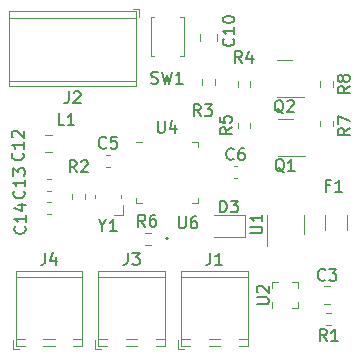
<source format=gbr>
%TF.GenerationSoftware,KiCad,Pcbnew,6.0.2+dfsg-1*%
%TF.CreationDate,2023-10-20T16:05:58+09:00*%
%TF.ProjectId,Hibot_agostiniLuca,4869626f-745f-4616-976f-7374696e694c,rev?*%
%TF.SameCoordinates,Original*%
%TF.FileFunction,Legend,Top*%
%TF.FilePolarity,Positive*%
%FSLAX46Y46*%
G04 Gerber Fmt 4.6, Leading zero omitted, Abs format (unit mm)*
G04 Created by KiCad (PCBNEW 6.0.2+dfsg-1) date 2023-10-20 16:05:58*
%MOMM*%
%LPD*%
G01*
G04 APERTURE LIST*
%ADD10C,0.150000*%
%ADD11C,0.200000*%
%ADD12C,0.120000*%
G04 APERTURE END LIST*
D10*
%TO.C,U6*%
X139988095Y-103202380D02*
X139988095Y-104011904D01*
X140035714Y-104107142D01*
X140083333Y-104154761D01*
X140178571Y-104202380D01*
X140369047Y-104202380D01*
X140464285Y-104154761D01*
X140511904Y-104107142D01*
X140559523Y-104011904D01*
X140559523Y-103202380D01*
X141464285Y-103202380D02*
X141273809Y-103202380D01*
X141178571Y-103250000D01*
X141130952Y-103297619D01*
X141035714Y-103440476D01*
X140988095Y-103630952D01*
X140988095Y-104011904D01*
X141035714Y-104107142D01*
X141083333Y-104154761D01*
X141178571Y-104202380D01*
X141369047Y-104202380D01*
X141464285Y-104154761D01*
X141511904Y-104107142D01*
X141559523Y-104011904D01*
X141559523Y-103773809D01*
X141511904Y-103678571D01*
X141464285Y-103630952D01*
X141369047Y-103583333D01*
X141178571Y-103583333D01*
X141083333Y-103630952D01*
X141035714Y-103678571D01*
X140988095Y-103773809D01*
%TO.C,R7*%
X154452380Y-95728924D02*
X153976190Y-96062258D01*
X154452380Y-96300353D02*
X153452380Y-96300353D01*
X153452380Y-95919400D01*
X153500000Y-95824162D01*
X153547619Y-95776543D01*
X153642857Y-95728924D01*
X153785714Y-95728924D01*
X153880952Y-95776543D01*
X153928571Y-95824162D01*
X153976190Y-95919400D01*
X153976190Y-96300353D01*
X153452380Y-95395591D02*
X153452380Y-94728924D01*
X154452380Y-95157496D01*
%TO.C,R2*%
X131333333Y-99452380D02*
X131000000Y-98976190D01*
X130761904Y-99452380D02*
X130761904Y-98452380D01*
X131142857Y-98452380D01*
X131238095Y-98500000D01*
X131285714Y-98547619D01*
X131333333Y-98642857D01*
X131333333Y-98785714D01*
X131285714Y-98880952D01*
X131238095Y-98928571D01*
X131142857Y-98976190D01*
X130761904Y-98976190D01*
X131714285Y-98547619D02*
X131761904Y-98500000D01*
X131857142Y-98452380D01*
X132095238Y-98452380D01*
X132190476Y-98500000D01*
X132238095Y-98547619D01*
X132285714Y-98642857D01*
X132285714Y-98738095D01*
X132238095Y-98880952D01*
X131666666Y-99452380D01*
X132285714Y-99452380D01*
%TO.C,F1*%
X152766666Y-100578571D02*
X152433333Y-100578571D01*
X152433333Y-101102380D02*
X152433333Y-100102380D01*
X152909523Y-100102380D01*
X153814285Y-101102380D02*
X153242857Y-101102380D01*
X153528571Y-101102380D02*
X153528571Y-100102380D01*
X153433333Y-100245238D01*
X153338095Y-100340476D01*
X153242857Y-100388095D01*
%TO.C,R3*%
X141833333Y-94702380D02*
X141500000Y-94226190D01*
X141261904Y-94702380D02*
X141261904Y-93702380D01*
X141642857Y-93702380D01*
X141738095Y-93750000D01*
X141785714Y-93797619D01*
X141833333Y-93892857D01*
X141833333Y-94035714D01*
X141785714Y-94130952D01*
X141738095Y-94178571D01*
X141642857Y-94226190D01*
X141261904Y-94226190D01*
X142166666Y-93702380D02*
X142785714Y-93702380D01*
X142452380Y-94083333D01*
X142595238Y-94083333D01*
X142690476Y-94130952D01*
X142738095Y-94178571D01*
X142785714Y-94273809D01*
X142785714Y-94511904D01*
X142738095Y-94607142D01*
X142690476Y-94654761D01*
X142595238Y-94702380D01*
X142309523Y-94702380D01*
X142214285Y-94654761D01*
X142166666Y-94607142D01*
%TO.C,U2*%
X146602380Y-110624404D02*
X147411904Y-110624404D01*
X147507142Y-110576785D01*
X147554761Y-110529166D01*
X147602380Y-110433928D01*
X147602380Y-110243452D01*
X147554761Y-110148214D01*
X147507142Y-110100595D01*
X147411904Y-110052976D01*
X146602380Y-110052976D01*
X146697619Y-109624404D02*
X146650000Y-109576785D01*
X146602380Y-109481547D01*
X146602380Y-109243452D01*
X146650000Y-109148214D01*
X146697619Y-109100595D01*
X146792857Y-109052976D01*
X146888095Y-109052976D01*
X147030952Y-109100595D01*
X147602380Y-109672023D01*
X147602380Y-109052976D01*
%TO.C,R6*%
X137133333Y-104052380D02*
X136800000Y-103576190D01*
X136561904Y-104052380D02*
X136561904Y-103052380D01*
X136942857Y-103052380D01*
X137038095Y-103100000D01*
X137085714Y-103147619D01*
X137133333Y-103242857D01*
X137133333Y-103385714D01*
X137085714Y-103480952D01*
X137038095Y-103528571D01*
X136942857Y-103576190D01*
X136561904Y-103576190D01*
X137990476Y-103052380D02*
X137800000Y-103052380D01*
X137704761Y-103100000D01*
X137657142Y-103147619D01*
X137561904Y-103290476D01*
X137514285Y-103480952D01*
X137514285Y-103861904D01*
X137561904Y-103957142D01*
X137609523Y-104004761D01*
X137704761Y-104052380D01*
X137895238Y-104052380D01*
X137990476Y-104004761D01*
X138038095Y-103957142D01*
X138085714Y-103861904D01*
X138085714Y-103623809D01*
X138038095Y-103528571D01*
X137990476Y-103480952D01*
X137895238Y-103433333D01*
X137704761Y-103433333D01*
X137609523Y-103480952D01*
X137561904Y-103528571D01*
X137514285Y-103623809D01*
%TO.C,C10*%
X144607142Y-88142857D02*
X144654761Y-88190476D01*
X144702380Y-88333333D01*
X144702380Y-88428571D01*
X144654761Y-88571428D01*
X144559523Y-88666666D01*
X144464285Y-88714285D01*
X144273809Y-88761904D01*
X144130952Y-88761904D01*
X143940476Y-88714285D01*
X143845238Y-88666666D01*
X143750000Y-88571428D01*
X143702380Y-88428571D01*
X143702380Y-88333333D01*
X143750000Y-88190476D01*
X143797619Y-88142857D01*
X144702380Y-87190476D02*
X144702380Y-87761904D01*
X144702380Y-87476190D02*
X143702380Y-87476190D01*
X143845238Y-87571428D01*
X143940476Y-87666666D01*
X143988095Y-87761904D01*
X143702380Y-86571428D02*
X143702380Y-86476190D01*
X143750000Y-86380952D01*
X143797619Y-86333333D01*
X143892857Y-86285714D01*
X144083333Y-86238095D01*
X144321428Y-86238095D01*
X144511904Y-86285714D01*
X144607142Y-86333333D01*
X144654761Y-86380952D01*
X144702380Y-86476190D01*
X144702380Y-86571428D01*
X144654761Y-86666666D01*
X144607142Y-86714285D01*
X144511904Y-86761904D01*
X144321428Y-86809523D01*
X144083333Y-86809523D01*
X143892857Y-86761904D01*
X143797619Y-86714285D01*
X143750000Y-86666666D01*
X143702380Y-86571428D01*
%TO.C,L1*%
X130283333Y-95452380D02*
X129807142Y-95452380D01*
X129807142Y-94452380D01*
X131140476Y-95452380D02*
X130569047Y-95452380D01*
X130854761Y-95452380D02*
X130854761Y-94452380D01*
X130759523Y-94595238D01*
X130664285Y-94690476D01*
X130569047Y-94738095D01*
%TO.C,Y1*%
X133523809Y-103976190D02*
X133523809Y-104452380D01*
X133190476Y-103452380D02*
X133523809Y-103976190D01*
X133857142Y-103452380D01*
X134714285Y-104452380D02*
X134142857Y-104452380D01*
X134428571Y-104452380D02*
X134428571Y-103452380D01*
X134333333Y-103595238D01*
X134238095Y-103690476D01*
X134142857Y-103738095D01*
%TO.C,C14*%
X126957142Y-104042857D02*
X127004761Y-104090476D01*
X127052380Y-104233333D01*
X127052380Y-104328571D01*
X127004761Y-104471428D01*
X126909523Y-104566666D01*
X126814285Y-104614285D01*
X126623809Y-104661904D01*
X126480952Y-104661904D01*
X126290476Y-104614285D01*
X126195238Y-104566666D01*
X126100000Y-104471428D01*
X126052380Y-104328571D01*
X126052380Y-104233333D01*
X126100000Y-104090476D01*
X126147619Y-104042857D01*
X127052380Y-103090476D02*
X127052380Y-103661904D01*
X127052380Y-103376190D02*
X126052380Y-103376190D01*
X126195238Y-103471428D01*
X126290476Y-103566666D01*
X126338095Y-103661904D01*
X126385714Y-102233333D02*
X127052380Y-102233333D01*
X126004761Y-102471428D02*
X126719047Y-102709523D01*
X126719047Y-102090476D01*
%TO.C,C3*%
X152383333Y-108539642D02*
X152335714Y-108587261D01*
X152192857Y-108634880D01*
X152097619Y-108634880D01*
X151954761Y-108587261D01*
X151859523Y-108492023D01*
X151811904Y-108396785D01*
X151764285Y-108206309D01*
X151764285Y-108063452D01*
X151811904Y-107872976D01*
X151859523Y-107777738D01*
X151954761Y-107682500D01*
X152097619Y-107634880D01*
X152192857Y-107634880D01*
X152335714Y-107682500D01*
X152383333Y-107730119D01*
X152716666Y-107634880D02*
X153335714Y-107634880D01*
X153002380Y-108015833D01*
X153145238Y-108015833D01*
X153240476Y-108063452D01*
X153288095Y-108111071D01*
X153335714Y-108206309D01*
X153335714Y-108444404D01*
X153288095Y-108539642D01*
X153240476Y-108587261D01*
X153145238Y-108634880D01*
X152859523Y-108634880D01*
X152764285Y-108587261D01*
X152716666Y-108539642D01*
%TO.C,J3*%
X135666666Y-106292380D02*
X135666666Y-107006666D01*
X135619047Y-107149523D01*
X135523809Y-107244761D01*
X135380952Y-107292380D01*
X135285714Y-107292380D01*
X136047619Y-106292380D02*
X136666666Y-106292380D01*
X136333333Y-106673333D01*
X136476190Y-106673333D01*
X136571428Y-106720952D01*
X136619047Y-106768571D01*
X136666666Y-106863809D01*
X136666666Y-107101904D01*
X136619047Y-107197142D01*
X136571428Y-107244761D01*
X136476190Y-107292380D01*
X136190476Y-107292380D01*
X136095238Y-107244761D01*
X136047619Y-107197142D01*
%TO.C,J2*%
X130671666Y-92612380D02*
X130671666Y-93326666D01*
X130624047Y-93469523D01*
X130528809Y-93564761D01*
X130385952Y-93612380D01*
X130290714Y-93612380D01*
X131100238Y-92707619D02*
X131147857Y-92660000D01*
X131243095Y-92612380D01*
X131481190Y-92612380D01*
X131576428Y-92660000D01*
X131624047Y-92707619D01*
X131671666Y-92802857D01*
X131671666Y-92898095D01*
X131624047Y-93040952D01*
X131052619Y-93612380D01*
X131671666Y-93612380D01*
%TO.C,D3*%
X143461904Y-102852380D02*
X143461904Y-101852380D01*
X143700000Y-101852380D01*
X143842857Y-101900000D01*
X143938095Y-101995238D01*
X143985714Y-102090476D01*
X144033333Y-102280952D01*
X144033333Y-102423809D01*
X143985714Y-102614285D01*
X143938095Y-102709523D01*
X143842857Y-102804761D01*
X143700000Y-102852380D01*
X143461904Y-102852380D01*
X144366666Y-101852380D02*
X144985714Y-101852380D01*
X144652380Y-102233333D01*
X144795238Y-102233333D01*
X144890476Y-102280952D01*
X144938095Y-102328571D01*
X144985714Y-102423809D01*
X144985714Y-102661904D01*
X144938095Y-102757142D01*
X144890476Y-102804761D01*
X144795238Y-102852380D01*
X144509523Y-102852380D01*
X144414285Y-102804761D01*
X144366666Y-102757142D01*
%TO.C,R1*%
X152508333Y-113744880D02*
X152175000Y-113268690D01*
X151936904Y-113744880D02*
X151936904Y-112744880D01*
X152317857Y-112744880D01*
X152413095Y-112792500D01*
X152460714Y-112840119D01*
X152508333Y-112935357D01*
X152508333Y-113078214D01*
X152460714Y-113173452D01*
X152413095Y-113221071D01*
X152317857Y-113268690D01*
X151936904Y-113268690D01*
X153460714Y-113744880D02*
X152889285Y-113744880D01*
X153175000Y-113744880D02*
X153175000Y-112744880D01*
X153079761Y-112887738D01*
X152984523Y-112982976D01*
X152889285Y-113030595D01*
%TO.C,J4*%
X128666666Y-106292380D02*
X128666666Y-107006666D01*
X128619047Y-107149523D01*
X128523809Y-107244761D01*
X128380952Y-107292380D01*
X128285714Y-107292380D01*
X129571428Y-106625714D02*
X129571428Y-107292380D01*
X129333333Y-106244761D02*
X129095238Y-106959047D01*
X129714285Y-106959047D01*
%TO.C,U4*%
X138208095Y-95102380D02*
X138208095Y-95911904D01*
X138255714Y-96007142D01*
X138303333Y-96054761D01*
X138398571Y-96102380D01*
X138589047Y-96102380D01*
X138684285Y-96054761D01*
X138731904Y-96007142D01*
X138779523Y-95911904D01*
X138779523Y-95102380D01*
X139684285Y-95435714D02*
X139684285Y-96102380D01*
X139446190Y-95054761D02*
X139208095Y-95769047D01*
X139827142Y-95769047D01*
%TO.C,J1*%
X142666666Y-106292380D02*
X142666666Y-107006666D01*
X142619047Y-107149523D01*
X142523809Y-107244761D01*
X142380952Y-107292380D01*
X142285714Y-107292380D01*
X143666666Y-107292380D02*
X143095238Y-107292380D01*
X143380952Y-107292380D02*
X143380952Y-106292380D01*
X143285714Y-106435238D01*
X143190476Y-106530476D01*
X143095238Y-106578095D01*
%TO.C,U1*%
X146052380Y-104624404D02*
X146861904Y-104624404D01*
X146957142Y-104576785D01*
X147004761Y-104529166D01*
X147052380Y-104433928D01*
X147052380Y-104243452D01*
X147004761Y-104148214D01*
X146957142Y-104100595D01*
X146861904Y-104052976D01*
X146052380Y-104052976D01*
X147052380Y-103052976D02*
X147052380Y-103624404D01*
X147052380Y-103338690D02*
X146052380Y-103338690D01*
X146195238Y-103433928D01*
X146290476Y-103529166D01*
X146338095Y-103624404D01*
%TO.C,C13*%
X126857142Y-101042857D02*
X126904761Y-101090476D01*
X126952380Y-101233333D01*
X126952380Y-101328571D01*
X126904761Y-101471428D01*
X126809523Y-101566666D01*
X126714285Y-101614285D01*
X126523809Y-101661904D01*
X126380952Y-101661904D01*
X126190476Y-101614285D01*
X126095238Y-101566666D01*
X126000000Y-101471428D01*
X125952380Y-101328571D01*
X125952380Y-101233333D01*
X126000000Y-101090476D01*
X126047619Y-101042857D01*
X126952380Y-100090476D02*
X126952380Y-100661904D01*
X126952380Y-100376190D02*
X125952380Y-100376190D01*
X126095238Y-100471428D01*
X126190476Y-100566666D01*
X126238095Y-100661904D01*
X125952380Y-99757142D02*
X125952380Y-99138095D01*
X126333333Y-99471428D01*
X126333333Y-99328571D01*
X126380952Y-99233333D01*
X126428571Y-99185714D01*
X126523809Y-99138095D01*
X126761904Y-99138095D01*
X126857142Y-99185714D01*
X126904761Y-99233333D01*
X126952380Y-99328571D01*
X126952380Y-99614285D01*
X126904761Y-99709523D01*
X126857142Y-99757142D01*
%TO.C,C6*%
X144633333Y-98327142D02*
X144585714Y-98374761D01*
X144442857Y-98422380D01*
X144347619Y-98422380D01*
X144204761Y-98374761D01*
X144109523Y-98279523D01*
X144061904Y-98184285D01*
X144014285Y-97993809D01*
X144014285Y-97850952D01*
X144061904Y-97660476D01*
X144109523Y-97565238D01*
X144204761Y-97470000D01*
X144347619Y-97422380D01*
X144442857Y-97422380D01*
X144585714Y-97470000D01*
X144633333Y-97517619D01*
X145490476Y-97422380D02*
X145300000Y-97422380D01*
X145204761Y-97470000D01*
X145157142Y-97517619D01*
X145061904Y-97660476D01*
X145014285Y-97850952D01*
X145014285Y-98231904D01*
X145061904Y-98327142D01*
X145109523Y-98374761D01*
X145204761Y-98422380D01*
X145395238Y-98422380D01*
X145490476Y-98374761D01*
X145538095Y-98327142D01*
X145585714Y-98231904D01*
X145585714Y-97993809D01*
X145538095Y-97898571D01*
X145490476Y-97850952D01*
X145395238Y-97803333D01*
X145204761Y-97803333D01*
X145109523Y-97850952D01*
X145061904Y-97898571D01*
X145014285Y-97993809D01*
%TO.C,SW1*%
X137666666Y-91904761D02*
X137809523Y-91952380D01*
X138047619Y-91952380D01*
X138142857Y-91904761D01*
X138190476Y-91857142D01*
X138238095Y-91761904D01*
X138238095Y-91666666D01*
X138190476Y-91571428D01*
X138142857Y-91523809D01*
X138047619Y-91476190D01*
X137857142Y-91428571D01*
X137761904Y-91380952D01*
X137714285Y-91333333D01*
X137666666Y-91238095D01*
X137666666Y-91142857D01*
X137714285Y-91047619D01*
X137761904Y-91000000D01*
X137857142Y-90952380D01*
X138095238Y-90952380D01*
X138238095Y-91000000D01*
X138571428Y-90952380D02*
X138809523Y-91952380D01*
X139000000Y-91238095D01*
X139190476Y-91952380D01*
X139428571Y-90952380D01*
X140333333Y-91952380D02*
X139761904Y-91952380D01*
X140047619Y-91952380D02*
X140047619Y-90952380D01*
X139952380Y-91095238D01*
X139857142Y-91190476D01*
X139761904Y-91238095D01*
%TO.C,R4*%
X145333333Y-90202380D02*
X145000000Y-89726190D01*
X144761904Y-90202380D02*
X144761904Y-89202380D01*
X145142857Y-89202380D01*
X145238095Y-89250000D01*
X145285714Y-89297619D01*
X145333333Y-89392857D01*
X145333333Y-89535714D01*
X145285714Y-89630952D01*
X145238095Y-89678571D01*
X145142857Y-89726190D01*
X144761904Y-89726190D01*
X146190476Y-89535714D02*
X146190476Y-90202380D01*
X145952380Y-89154761D02*
X145714285Y-89869047D01*
X146333333Y-89869047D01*
%TO.C,Q2*%
X148842261Y-94447619D02*
X148747023Y-94400000D01*
X148651785Y-94304761D01*
X148508928Y-94161904D01*
X148413690Y-94114285D01*
X148318452Y-94114285D01*
X148366071Y-94352380D02*
X148270833Y-94304761D01*
X148175595Y-94209523D01*
X148127976Y-94019047D01*
X148127976Y-93685714D01*
X148175595Y-93495238D01*
X148270833Y-93400000D01*
X148366071Y-93352380D01*
X148556547Y-93352380D01*
X148651785Y-93400000D01*
X148747023Y-93495238D01*
X148794642Y-93685714D01*
X148794642Y-94019047D01*
X148747023Y-94209523D01*
X148651785Y-94304761D01*
X148556547Y-94352380D01*
X148366071Y-94352380D01*
X149175595Y-93447619D02*
X149223214Y-93400000D01*
X149318452Y-93352380D01*
X149556547Y-93352380D01*
X149651785Y-93400000D01*
X149699404Y-93447619D01*
X149747023Y-93542857D01*
X149747023Y-93638095D01*
X149699404Y-93780952D01*
X149127976Y-94352380D01*
X149747023Y-94352380D01*
%TO.C,Q1*%
X148904761Y-99447619D02*
X148809523Y-99400000D01*
X148714285Y-99304761D01*
X148571428Y-99161904D01*
X148476190Y-99114285D01*
X148380952Y-99114285D01*
X148428571Y-99352380D02*
X148333333Y-99304761D01*
X148238095Y-99209523D01*
X148190476Y-99019047D01*
X148190476Y-98685714D01*
X148238095Y-98495238D01*
X148333333Y-98400000D01*
X148428571Y-98352380D01*
X148619047Y-98352380D01*
X148714285Y-98400000D01*
X148809523Y-98495238D01*
X148857142Y-98685714D01*
X148857142Y-99019047D01*
X148809523Y-99209523D01*
X148714285Y-99304761D01*
X148619047Y-99352380D01*
X148428571Y-99352380D01*
X149809523Y-99352380D02*
X149238095Y-99352380D01*
X149523809Y-99352380D02*
X149523809Y-98352380D01*
X149428571Y-98495238D01*
X149333333Y-98590476D01*
X149238095Y-98638095D01*
%TO.C,C5*%
X133833333Y-97357142D02*
X133785714Y-97404761D01*
X133642857Y-97452380D01*
X133547619Y-97452380D01*
X133404761Y-97404761D01*
X133309523Y-97309523D01*
X133261904Y-97214285D01*
X133214285Y-97023809D01*
X133214285Y-96880952D01*
X133261904Y-96690476D01*
X133309523Y-96595238D01*
X133404761Y-96500000D01*
X133547619Y-96452380D01*
X133642857Y-96452380D01*
X133785714Y-96500000D01*
X133833333Y-96547619D01*
X134738095Y-96452380D02*
X134261904Y-96452380D01*
X134214285Y-96928571D01*
X134261904Y-96880952D01*
X134357142Y-96833333D01*
X134595238Y-96833333D01*
X134690476Y-96880952D01*
X134738095Y-96928571D01*
X134785714Y-97023809D01*
X134785714Y-97261904D01*
X134738095Y-97357142D01*
X134690476Y-97404761D01*
X134595238Y-97452380D01*
X134357142Y-97452380D01*
X134261904Y-97404761D01*
X134214285Y-97357142D01*
%TO.C,R8*%
X154452380Y-92166666D02*
X153976190Y-92500000D01*
X154452380Y-92738095D02*
X153452380Y-92738095D01*
X153452380Y-92357142D01*
X153500000Y-92261904D01*
X153547619Y-92214285D01*
X153642857Y-92166666D01*
X153785714Y-92166666D01*
X153880952Y-92214285D01*
X153928571Y-92261904D01*
X153976190Y-92357142D01*
X153976190Y-92738095D01*
X153880952Y-91595238D02*
X153833333Y-91690476D01*
X153785714Y-91738095D01*
X153690476Y-91785714D01*
X153642857Y-91785714D01*
X153547619Y-91738095D01*
X153500000Y-91690476D01*
X153452380Y-91595238D01*
X153452380Y-91404761D01*
X153500000Y-91309523D01*
X153547619Y-91261904D01*
X153642857Y-91214285D01*
X153690476Y-91214285D01*
X153785714Y-91261904D01*
X153833333Y-91309523D01*
X153880952Y-91404761D01*
X153880952Y-91595238D01*
X153928571Y-91690476D01*
X153976190Y-91738095D01*
X154071428Y-91785714D01*
X154261904Y-91785714D01*
X154357142Y-91738095D01*
X154404761Y-91690476D01*
X154452380Y-91595238D01*
X154452380Y-91404761D01*
X154404761Y-91309523D01*
X154357142Y-91261904D01*
X154261904Y-91214285D01*
X154071428Y-91214285D01*
X153976190Y-91261904D01*
X153928571Y-91309523D01*
X153880952Y-91404761D01*
%TO.C,C12*%
X126757142Y-97842857D02*
X126804761Y-97890476D01*
X126852380Y-98033333D01*
X126852380Y-98128571D01*
X126804761Y-98271428D01*
X126709523Y-98366666D01*
X126614285Y-98414285D01*
X126423809Y-98461904D01*
X126280952Y-98461904D01*
X126090476Y-98414285D01*
X125995238Y-98366666D01*
X125900000Y-98271428D01*
X125852380Y-98128571D01*
X125852380Y-98033333D01*
X125900000Y-97890476D01*
X125947619Y-97842857D01*
X126852380Y-96890476D02*
X126852380Y-97461904D01*
X126852380Y-97176190D02*
X125852380Y-97176190D01*
X125995238Y-97271428D01*
X126090476Y-97366666D01*
X126138095Y-97461904D01*
X125947619Y-96509523D02*
X125900000Y-96461904D01*
X125852380Y-96366666D01*
X125852380Y-96128571D01*
X125900000Y-96033333D01*
X125947619Y-95985714D01*
X126042857Y-95938095D01*
X126138095Y-95938095D01*
X126280952Y-95985714D01*
X126852380Y-96557142D01*
X126852380Y-95938095D01*
%TO.C,R5*%
X144452380Y-95666666D02*
X143976190Y-96000000D01*
X144452380Y-96238095D02*
X143452380Y-96238095D01*
X143452380Y-95857142D01*
X143500000Y-95761904D01*
X143547619Y-95714285D01*
X143642857Y-95666666D01*
X143785714Y-95666666D01*
X143880952Y-95714285D01*
X143928571Y-95761904D01*
X143976190Y-95857142D01*
X143976190Y-96238095D01*
X143452380Y-94761904D02*
X143452380Y-95238095D01*
X143928571Y-95285714D01*
X143880952Y-95238095D01*
X143833333Y-95142857D01*
X143833333Y-94904761D01*
X143880952Y-94809523D01*
X143928571Y-94761904D01*
X144023809Y-94714285D01*
X144261904Y-94714285D01*
X144357142Y-94761904D01*
X144404761Y-94809523D01*
X144452380Y-94904761D01*
X144452380Y-95142857D01*
X144404761Y-95238095D01*
X144357142Y-95285714D01*
D11*
%TO.C,U6*%
X139090000Y-105040000D02*
G75*
G03*
X139090000Y-105040000I-100000J0D01*
G01*
D12*
%TO.C,R7*%
X151977500Y-95562258D02*
X151977500Y-95087742D01*
X153022500Y-95562258D02*
X153022500Y-95087742D01*
%TO.C,R2*%
X130977500Y-101262742D02*
X130977500Y-101737258D01*
X132022500Y-101262742D02*
X132022500Y-101737258D01*
%TO.C,F1*%
X152380000Y-104329000D02*
X152380000Y-103071000D01*
X154220000Y-104329000D02*
X154220000Y-103071000D01*
%TO.C,R3*%
X141977500Y-92037258D02*
X141977500Y-91562742D01*
X143022500Y-92037258D02*
X143022500Y-91562742D01*
%TO.C,U2*%
X149600000Y-108762500D02*
X150100000Y-108762500D01*
X150100000Y-110462500D02*
X150100000Y-110962500D01*
X147900000Y-110462500D02*
X147900000Y-110962500D01*
X148400000Y-108762500D02*
X148400000Y-108762500D01*
X150100000Y-108762500D02*
X150100000Y-109262500D01*
X147900000Y-110962500D02*
X147900000Y-110962500D01*
X149600000Y-110962500D02*
X149600000Y-110962500D01*
X150100000Y-110962500D02*
X149600000Y-110962500D01*
X147900000Y-108762500D02*
X148400000Y-108762500D01*
X147900000Y-109262500D02*
X147900000Y-108762500D01*
X150100000Y-109262500D02*
X150100000Y-109262500D01*
%TO.C,R6*%
X137137742Y-104577500D02*
X137612258Y-104577500D01*
X137137742Y-105622500D02*
X137612258Y-105622500D01*
%TO.C,C10*%
X141765000Y-88311252D02*
X141765000Y-87788748D01*
X143235000Y-88311252D02*
X143235000Y-87788748D01*
%TO.C,Y1*%
X134500000Y-103040000D02*
X135290000Y-103040000D01*
X135110000Y-101610000D02*
X135110000Y-101390000D01*
X132890000Y-101610000D02*
X132890000Y-101390000D01*
X135290000Y-102250000D02*
X135290000Y-103040000D01*
%TO.C,C14*%
X129140580Y-101990000D02*
X128859420Y-101990000D01*
X129140580Y-103010000D02*
X128859420Y-103010000D01*
%TO.C,C3*%
X152288748Y-109127500D02*
X152811252Y-109127500D01*
X152288748Y-110597500D02*
X152811252Y-110597500D01*
%TO.C,J3*%
X133170000Y-108300000D02*
X138830000Y-108300000D01*
X138060000Y-113600000D02*
X138830000Y-113600000D01*
X138830000Y-107840000D02*
X138830000Y-114160000D01*
X135520000Y-114160000D02*
X136480000Y-114160000D01*
X133170000Y-107840000D02*
X138830000Y-107840000D01*
X138060000Y-114160000D02*
X138830000Y-114160000D01*
X133170000Y-107840000D02*
X133170000Y-114160000D01*
X133170000Y-113600000D02*
X133940000Y-113600000D01*
X133170000Y-114160000D02*
X133940000Y-114160000D01*
X132930000Y-114400000D02*
X133430000Y-114400000D01*
X132930000Y-113660000D02*
X132930000Y-114400000D01*
X135520000Y-113600000D02*
X136480000Y-113600000D01*
%TO.C,J2*%
X136375000Y-92160000D02*
X136375000Y-85840000D01*
X136375000Y-86400000D02*
X125635000Y-86400000D01*
X125635000Y-92160000D02*
X125635000Y-85840000D01*
X136615000Y-86340000D02*
X136615000Y-85600000D01*
X136375000Y-92160000D02*
X125635000Y-92160000D01*
X136615000Y-85600000D02*
X136115000Y-85600000D01*
X136375000Y-91700000D02*
X125635000Y-91700000D01*
X136375000Y-85840000D02*
X125635000Y-85840000D01*
%TO.C,D3*%
X142937500Y-104960000D02*
X145622500Y-104960000D01*
X145622500Y-104960000D02*
X145622500Y-103040000D01*
X145622500Y-103040000D02*
X142937500Y-103040000D01*
%TO.C,R1*%
X152912258Y-111340000D02*
X152437742Y-111340000D01*
X152912258Y-112385000D02*
X152437742Y-112385000D01*
%TO.C,J4*%
X126170000Y-108300000D02*
X131830000Y-108300000D01*
X128520000Y-114160000D02*
X129480000Y-114160000D01*
X128520000Y-113600000D02*
X129480000Y-113600000D01*
X131060000Y-114160000D02*
X131830000Y-114160000D01*
X126170000Y-114160000D02*
X126940000Y-114160000D01*
X126170000Y-107840000D02*
X126170000Y-114160000D01*
X131060000Y-113600000D02*
X131830000Y-113600000D01*
X131830000Y-107840000D02*
X131830000Y-114160000D01*
X126170000Y-113600000D02*
X126940000Y-113600000D01*
X126170000Y-107840000D02*
X131830000Y-107840000D01*
X125930000Y-114400000D02*
X126430000Y-114400000D01*
X125930000Y-113660000D02*
X125930000Y-114400000D01*
%TO.C,U4*%
X141105000Y-102080000D02*
X141580000Y-102080000D01*
X136835000Y-102080000D02*
X136360000Y-102080000D01*
X141580000Y-102080000D02*
X141580000Y-101605000D01*
X136360000Y-102080000D02*
X136360000Y-101605000D01*
X141105000Y-96860000D02*
X141580000Y-96860000D01*
X136835000Y-96860000D02*
X136360000Y-96860000D01*
X141580000Y-96860000D02*
X141580000Y-97335000D01*
%TO.C,J1*%
X140170000Y-108300000D02*
X145830000Y-108300000D01*
X145060000Y-114160000D02*
X145830000Y-114160000D01*
X139930000Y-113660000D02*
X139930000Y-114400000D01*
X140170000Y-107840000D02*
X140170000Y-114160000D01*
X139930000Y-114400000D02*
X140430000Y-114400000D01*
X140170000Y-114160000D02*
X140940000Y-114160000D01*
X140170000Y-107840000D02*
X145830000Y-107840000D01*
X145060000Y-113600000D02*
X145830000Y-113600000D01*
X145830000Y-107840000D02*
X145830000Y-114160000D01*
X142520000Y-113600000D02*
X143480000Y-113600000D01*
X140170000Y-113600000D02*
X140940000Y-113600000D01*
X142520000Y-114160000D02*
X143480000Y-114160000D01*
%TO.C,U1*%
X147440000Y-103862500D02*
X147440000Y-103062500D01*
X150560000Y-103862500D02*
X150560000Y-103062500D01*
X150560000Y-103862500D02*
X150560000Y-104662500D01*
X147440000Y-103862500D02*
X147440000Y-105662500D01*
%TO.C,C13*%
X129140580Y-101010000D02*
X128859420Y-101010000D01*
X129140580Y-99990000D02*
X128859420Y-99990000D01*
%TO.C,C6*%
X144659420Y-99910000D02*
X144940580Y-99910000D01*
X144659420Y-98890000D02*
X144940580Y-98890000D01*
%TO.C,SW1*%
X137900000Y-89650000D02*
X137600000Y-89650000D01*
X140400000Y-89650000D02*
X140400000Y-86350000D01*
X140400000Y-86350000D02*
X140100000Y-86350000D01*
X137600000Y-86350000D02*
X137900000Y-86350000D01*
X140100000Y-89650000D02*
X140400000Y-89650000D01*
X137600000Y-89650000D02*
X137600000Y-86350000D01*
%TO.C,R4*%
X144977500Y-92237258D02*
X144977500Y-91762742D01*
X146022500Y-92237258D02*
X146022500Y-91762742D01*
%TO.C,Q2*%
X148937500Y-89940000D02*
X148287500Y-89940000D01*
X148937500Y-93060000D02*
X148287500Y-93060000D01*
X148937500Y-93060000D02*
X150612500Y-93060000D01*
X148937500Y-89940000D02*
X149587500Y-89940000D01*
%TO.C,Q1*%
X149000000Y-94940000D02*
X148350000Y-94940000D01*
X149000000Y-98060000D02*
X150675000Y-98060000D01*
X149000000Y-94940000D02*
X149650000Y-94940000D01*
X149000000Y-98060000D02*
X148350000Y-98060000D01*
%TO.C,C5*%
X134140580Y-97990000D02*
X133859420Y-97990000D01*
X134140580Y-99010000D02*
X133859420Y-99010000D01*
%TO.C,R8*%
X151977500Y-92237258D02*
X151977500Y-91762742D01*
X153022500Y-92237258D02*
X153022500Y-91762742D01*
%TO.C,C12*%
X128688748Y-97735000D02*
X129211252Y-97735000D01*
X128688748Y-96265000D02*
X129211252Y-96265000D01*
%TO.C,R5*%
X144977500Y-95262742D02*
X144977500Y-95737258D01*
X146022500Y-95262742D02*
X146022500Y-95737258D01*
%TD*%
M02*

</source>
